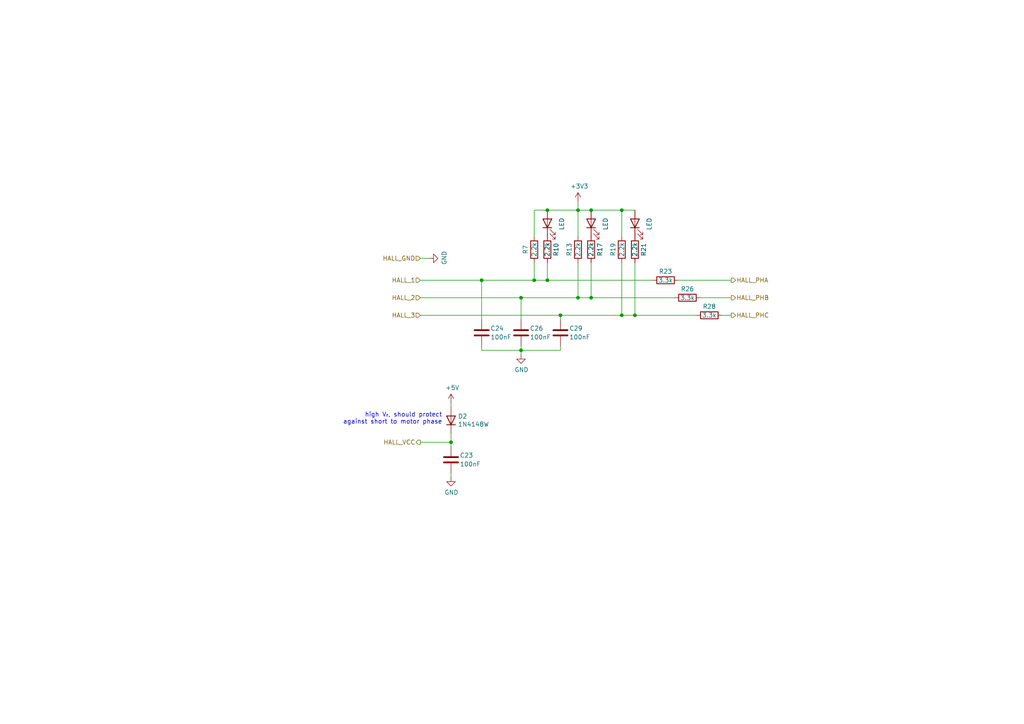
<source format=kicad_sch>
(kicad_sch (version 20211123) (generator eeschema)
  (paper "A4")
  (lib_symbols
    (symbol "Device:C" (pin_numbers hide) (pin_names (offset 0.254))
      (property "Reference" "C" (at 0.635 2.54 0))
      (property "Value" "C" (at 0.635 -2.54 0))
      (symbol "C_0_1"
        (polyline (pts (xy -2.032 -0.762) (xy 2.032 -0.762)) (stroke (width 0.508)))
        (polyline (pts (xy -2.032 0.762) (xy 2.032 0.762)) (stroke (width 0.508)))
      )
      (symbol "C_1_1"
        (pin passive line (at 0 3.81 270) (length 2.794) (name "~") (number "1"))
        (pin passive line (at 0 -3.81 90) (length 2.794) (name "~") (number "2"))
      )
    )
    (symbol "Device:D" (pin_numbers hide) (pin_names (offset 1.016) hide)
      (property "Reference" "D" (at 0 2.54 0))
      (property "Value" "D" (at 0 -2.54 0))
      (symbol "D_0_1"
        (polyline (pts (xy -1.27 1.27) (xy -1.27 -1.27)) (stroke (width 0.254)))
        (polyline (pts (xy 1.27 0) (xy -1.27 0)))
        (polyline (pts (xy 1.27 1.27) (xy 1.27 -1.27) (xy -1.27 0) (xy 1.27 1.27)) (stroke (width 0.254)))
      )
      (symbol "D_1_1"
        (pin passive line (at -3.81 0 0) (length 2.54) (name "K") (number "1"))
        (pin passive line (at 3.81 0 180) (length 2.54) (name "A") (number "2"))
      )
    )
    (symbol "Device:LED" (pin_numbers hide) (pin_names (offset 1.016) hide)
      (property "Reference" "D" (at 0 2.54 0))
      (property "Value" "LED" (at 0 -2.54 0))
      (symbol "LED_0_1"
        (polyline (pts (xy -1.27 -1.27) (xy -1.27 1.27)) (stroke (width 0.254)))
        (polyline (pts (xy -1.27 0) (xy 1.27 0)))
        (polyline (pts (xy 1.27 -1.27) (xy 1.27 1.27) (xy -1.27 0) (xy 1.27 -1.27)) (stroke (width 0.254)))
        (polyline (pts (xy -3.048 -0.762) (xy -4.572 -2.286) (xy -3.81 -2.286) (xy -4.572 -2.286) (xy -4.572 -1.524)))
        (polyline (pts (xy -1.778 -0.762) (xy -3.302 -2.286) (xy -2.54 -2.286) (xy -3.302 -2.286) (xy -3.302 -1.524)))
      )
      (symbol "LED_1_1"
        (pin passive line (at -3.81 0 0) (length 2.54) (name "K") (number "1"))
        (pin passive line (at 3.81 0 180) (length 2.54) (name "A") (number "2"))
      )
    )
    (symbol "Device:R" (pin_numbers hide) (pin_names (offset 0))
      (property "Reference" "R" (at 2.032 0 90))
      (property "Value" "R" (at 0 0 90))
      (symbol "R_0_1"
        (rectangle (start -1.016 -2.54) (end 1.016 2.54) (stroke (width 0.254)))
      )
      (symbol "R_1_1"
        (pin passive line (at 0 3.81 270) (length 1.27) (name "~") (number "1"))
        (pin passive line (at 0 -3.81 90) (length 1.27) (name "~") (number "2"))
      )
    )
    (symbol "power:+3.3V" (power) (pin_names (offset 0))
      (property "Value" "+3.3V" (at 0 3.556 0))
      (symbol "+3.3V_0_1"
        (polyline (pts (xy -0.762 1.27) (xy 0 2.54)))
        (polyline (pts (xy 0 0) (xy 0 2.54)))
        (polyline (pts (xy 0 2.54) (xy 0.762 1.27)))
      )
      (symbol "+3.3V_1_1"
        (pin power_in line (at 0 0 90) (length 0) hide (name "+3V3") (number "1"))
      )
    )
    (symbol "power:+5V" (power) (pin_names (offset 0))
      (property "Value" "+5V" (at 0 3.556 0))
      (symbol "+5V_0_1"
        (polyline (pts (xy -0.762 1.27) (xy 0 2.54)))
        (polyline (pts (xy 0 0) (xy 0 2.54)))
        (polyline (pts (xy 0 2.54) (xy 0.762 1.27)))
      )
      (symbol "+5V_1_1"
        (pin power_in line (at 0 0 90) (length 0) hide (name "+5V") (number "1"))
      )
    )
    (symbol "power:GND" (power) (pin_names (offset 0))
      (property "Value" "GND" (at 0 -3.81 0))
      (symbol "GND_0_1"
        (polyline (pts (xy 0 0) (xy 0 -1.27) (xy 1.27 -1.27) (xy 0 -2.54) (xy -1.27 -1.27) (xy 0 -1.27)))
      )
      (symbol "GND_1_1"
        (pin power_in line (at 0 0 270) (length 0) hide (name "GND") (number "1"))
      )
    )
  )
  (junction (at 167.64 60.96))
  (junction (at 184.15 91.44))
  (junction (at 180.34 91.44))
  (junction (at 130.81 128.27))
  (junction (at 180.34 60.96))
  (junction (at 151.13 101.6))
  (junction (at 158.75 81.28))
  (junction (at 162.56 91.44))
  (junction (at 171.45 86.36))
  (junction (at 158.75 60.96))
  (junction (at 139.7 81.28))
  (junction (at 171.45 60.96))
  (junction (at 167.64 86.36))
  (junction (at 154.94 81.28))
  (junction (at 151.13 86.36))
  (wire (pts (xy 151.13 102.87) (xy 151.13 101.6)))
  (wire (pts (xy 154.94 68.58) (xy 154.94 60.96)))
  (wire (pts (xy 171.45 76.2) (xy 171.45 86.36)))
  (wire (pts (xy 180.34 91.44) (xy 184.15 91.44)))
  (wire (pts (xy 180.34 68.58) (xy 180.34 60.96)))
  (wire (pts (xy 212.09 81.28) (xy 196.85 81.28)))
  (wire (pts (xy 167.64 68.58) (xy 167.64 60.96)))
  (wire (pts (xy 184.15 76.2) (xy 184.15 91.44)))
  (wire (pts (xy 130.81 128.27) (xy 130.81 129.54)))
  (wire (pts (xy 121.92 128.27) (xy 130.81 128.27)))
  (wire (pts (xy 139.7 101.6) (xy 139.7 100.33)))
  (wire (pts (xy 130.81 125.73) (xy 130.81 128.27)))
  (wire (pts (xy 162.56 101.6) (xy 162.56 100.33)))
  (wire (pts (xy 167.64 60.96) (xy 171.45 60.96)))
  (wire (pts (xy 154.94 60.96) (xy 158.75 60.96)))
  (wire (pts (xy 130.81 138.43) (xy 130.81 137.16)))
  (wire (pts (xy 121.92 74.93) (xy 124.46 74.93)))
  (wire (pts (xy 158.75 60.96) (xy 167.64 60.96)))
  (wire (pts (xy 139.7 81.28) (xy 139.7 92.71)))
  (wire (pts (xy 212.09 86.36) (xy 203.2 86.36)))
  (wire (pts (xy 139.7 101.6) (xy 151.13 101.6)))
  (wire (pts (xy 184.15 91.44) (xy 201.93 91.44)))
  (wire (pts (xy 151.13 101.6) (xy 162.56 101.6)))
  (wire (pts (xy 158.75 81.28) (xy 189.23 81.28)))
  (wire (pts (xy 139.7 81.28) (xy 154.94 81.28)))
  (wire (pts (xy 151.13 101.6) (xy 151.13 100.33)))
  (wire (pts (xy 151.13 86.36) (xy 167.64 86.36)))
  (wire (pts (xy 180.34 60.96) (xy 184.15 60.96)))
  (wire (pts (xy 121.92 91.44) (xy 162.56 91.44)))
  (wire (pts (xy 180.34 76.2) (xy 180.34 91.44)))
  (wire (pts (xy 130.81 116.84) (xy 130.81 118.11)))
  (wire (pts (xy 158.75 76.2) (xy 158.75 81.28)))
  (wire (pts (xy 154.94 81.28) (xy 158.75 81.28)))
  (wire (pts (xy 162.56 91.44) (xy 180.34 91.44)))
  (wire (pts (xy 121.92 81.28) (xy 139.7 81.28)))
  (wire (pts (xy 167.64 58.42) (xy 167.64 60.96)))
  (wire (pts (xy 167.64 76.2) (xy 167.64 86.36)))
  (wire (pts (xy 121.92 86.36) (xy 151.13 86.36)))
  (wire (pts (xy 167.64 86.36) (xy 171.45 86.36)))
  (wire (pts (xy 154.94 76.2) (xy 154.94 81.28)))
  (wire (pts (xy 171.45 60.96) (xy 180.34 60.96)))
  (wire (pts (xy 212.09 91.44) (xy 209.55 91.44)))
  (wire (pts (xy 151.13 86.36) (xy 151.13 92.71)))
  (wire (pts (xy 171.45 86.36) (xy 195.58 86.36)))
  (wire (pts (xy 162.56 91.44) (xy 162.56 92.71)))
  (text "high V_{r}, should protect\nagainst short to motor phase" (at 128.27 123.19 0) (effects (font (size 1.27 1.27)) (justify right bottom)))
  (hierarchical_label "HALL_VCC" (shape output) (at 121.92 128.27 180))
  (hierarchical_label "HALL_3" (shape input) (at 121.92 91.44 180))
  (hierarchical_label "HALL_PHA" (shape output) (at 212.09 81.28 0))
  (hierarchical_label "HALL_GND" (shape input) (at 121.92 74.93 180))
  (hierarchical_label "HALL_1" (shape input) (at 121.92 81.28 180))
  (hierarchical_label "HALL_PHB" (shape output) (at 212.09 86.36 0))
  (hierarchical_label "HALL_PHC" (shape output) (at 212.09 91.44 0))
  (hierarchical_label "HALL_2" (shape input) (at 121.92 86.36 180))
  (symbol (lib_id "power:GND") (at 124.46 74.93 90) (unit 1)
    (property "Reference" "#PWR0192" (effects hide))
    (property "Value" "GND" (at 128.8542 74.803 0))
  )
  (symbol (lib_id "power:GND") (at 151.13 102.87 0) (unit 1)
    (property "Reference" "#PWR0194" (effects hide))
    (property "Value" "GND" (at 151.257 107.2642 0))
  )
  (symbol (lib_id "Device:C") (at 139.7 96.52 0) (unit 1)
    (property "Reference" "C24" (at 142.24 95.25 0) (effects (justify left)))
    (property "Value" "100nF" (at 142.24 97.79 0) (effects (justify left)))
    (property "Footprint" "Capacitor_SMD:C_0603_1608Metric" (effects hide))
    (property "LCSC Part #" "C14663" (effects hide))
  )
  (symbol (lib_id "Device:C") (at 162.56 96.52 0) (unit 1)
    (property "Reference" "C29" (at 165.1 95.25 0) (effects (justify left)))
    (property "Value" "100nF" (at 165.1 97.79 0) (effects (justify left)))
    (property "Footprint" "Capacitor_SMD:C_0603_1608Metric" (effects hide))
    (property "LCSC Part #" "C14663" (effects hide))
  )
  (symbol (lib_id "Device:C") (at 130.81 133.35 0) (unit 1)
    (property "Reference" "C23" (at 133.35 132.08 0) (effects (justify left)))
    (property "Value" "100nF" (at 133.35 134.62 0) (effects (justify left)))
    (property "Footprint" "Capacitor_SMD:C_0603_1608Metric" (effects hide))
    (property "LCSC Part #" "C14663" (effects hide))
  )
  (symbol (lib_id "Device:LED") (at 184.15 64.77 90) (unit 1)
    (property "Reference" "D9" (effects hide))
    (property "Value" "LED" (at 188.3156 64.9478 0))
    (property "Footprint" "LED_SMD:LED_0603_1608Metric" (effects hide))
    (property "LCSC Part #" "C2290" (effects hide))
  )
  (symbol (lib_id "Device:LED") (at 171.45 64.77 90) (unit 1)
    (property "Reference" "D7" (effects hide))
    (property "Value" "LED" (at 175.6156 64.9478 0))
    (property "Footprint" "LED_SMD:LED_0603_1608Metric" (effects hide))
    (property "LCSC Part #" "C2290" (effects hide))
  )
  (symbol (lib_id "power:GND") (at 130.81 138.43 0) (unit 1)
    (property "Reference" "#PWR0195" (effects hide))
    (property "Value" "GND" (at 130.937 142.8242 0))
  )
  (symbol (lib_id "Device:R") (at 199.39 86.36 90) (unit 1)
    (property "Reference" "R26" (at 199.39 83.82 90))
    (property "Value" "3.3k" (at 199.39 86.36 90))
    (property "Footprint" "Resistor_SMD:R_0603_1608Metric" (effects hide))
    (property "LCSC Part #" "C22978" (effects hide))
  )
  (symbol (lib_id "power:+3.3V") (at 167.64 58.42 0) (unit 1)
    (property "Reference" "#PWR0197" (effects hide))
    (property "Value" "+3.3V" (at 168.021 54.0258 0))
  )
  (symbol (lib_id "Device:R") (at 180.34 72.39 0) (unit 1)
    (property "Reference" "R19" (at 177.8 72.39 90))
    (property "Value" "2.2k" (at 180.34 72.39 90))
    (property "Footprint" "Resistor_SMD:R_0603_1608Metric" (effects hide))
    (property "LCSC Part #" "C4190" (effects hide))
  )
  (symbol (lib_id "Device:R") (at 205.74 91.44 90) (unit 1)
    (property "Reference" "R28" (at 205.74 88.9 90))
    (property "Value" "3.3k" (at 205.74 91.44 90))
    (property "Footprint" "Resistor_SMD:R_0603_1608Metric" (effects hide))
    (property "LCSC Part #" "C22978" (effects hide))
  )
  (symbol (lib_id "Device:R") (at 167.64 72.39 0) (unit 1)
    (property "Reference" "R13" (at 165.1 72.39 90))
    (property "Value" "2.2k" (at 167.64 72.39 90))
    (property "Footprint" "Resistor_SMD:R_0603_1608Metric" (effects hide))
    (property "LCSC Part #" "C4190" (effects hide))
  )
  (symbol (lib_id "Device:R") (at 193.04 81.28 90) (unit 1)
    (property "Reference" "R23" (at 193.04 78.74 90))
    (property "Value" "3.3k" (at 193.04 81.28 90))
    (property "Footprint" "Resistor_SMD:R_0603_1608Metric" (effects hide))
    (property "LCSC Part #" "C22978" (effects hide))
  )
  (symbol (lib_id "Device:R") (at 171.45 72.39 0) (unit 1)
    (property "Reference" "R17" (at 173.99 72.39 90))
    (property "Value" "2.2k" (at 171.45 72.39 90))
    (property "Footprint" "Resistor_SMD:R_0603_1608Metric" (effects hide))
    (property "LCSC Part #" "C4190" (effects hide))
  )
  (symbol (lib_id "Device:C") (at 151.13 96.52 0) (unit 1)
    (property "Reference" "C26" (at 153.67 95.25 0) (effects (justify left)))
    (property "Value" "100nF" (at 153.67 97.79 0) (effects (justify left)))
    (property "Footprint" "Capacitor_SMD:C_0603_1608Metric" (effects hide))
    (property "LCSC Part #" "C14663" (effects hide))
  )
  (symbol (lib_id "Device:LED") (at 158.75 64.77 90) (unit 1)
    (property "Reference" "D5" (effects hide))
    (property "Value" "LED" (at 162.9156 64.9478 0))
    (property "Footprint" "LED_SMD:LED_0603_1608Metric" (effects hide))
    (property "LCSC Part #" "C2290" (effects hide))
  )
  (symbol (lib_id "Device:D") (at 130.81 121.92 90) (unit 1)
    (property "Reference" "D2" (at 132.8166 120.7516 90) (effects (justify right)))
    (property "Value" "1N4148W" (at 132.8166 123.063 90) (effects (justify right)))
    (property "Footprint" "Diode_SMD:D_SOD-123" (effects hide))
    (property "LCSC Part #" "C81598" (effects hide))
  )
  (symbol (lib_id "Device:R") (at 184.15 72.39 0) (unit 1)
    (property "Reference" "R21" (at 186.69 72.39 90))
    (property "Value" "2.2k" (at 184.15 72.39 90))
    (property "Footprint" "Resistor_SMD:R_0603_1608Metric" (effects hide))
    (property "LCSC Part #" "C4190" (effects hide))
  )
  (symbol (lib_id "Device:R") (at 154.94 72.39 0) (unit 1)
    (property "Reference" "R7" (at 152.4 72.39 90))
    (property "Value" "2.2k" (at 154.94 72.39 90))
    (property "Footprint" "Resistor_SMD:R_0603_1608Metric" (effects hide))
    (property "LCSC Part #" "C4190" (effects hide))
  )
  (symbol (lib_id "Device:R") (at 158.75 72.39 0) (unit 1)
    (property "Reference" "R10" (at 161.29 72.39 90))
    (property "Value" "2.2k" (at 158.75 72.39 90))
    (property "Footprint" "Resistor_SMD:R_0603_1608Metric" (effects hide))
    (property "LCSC Part #" "C4190" (effects hide))
  )
  (symbol (lib_id "power:+5V") (at 130.81 116.84 0) (unit 1)
    (property "Reference" "#PWR0193" (effects hide))
    (property "Value" "+5V" (at 131.191 112.4458 0))
  )
)
</source>
